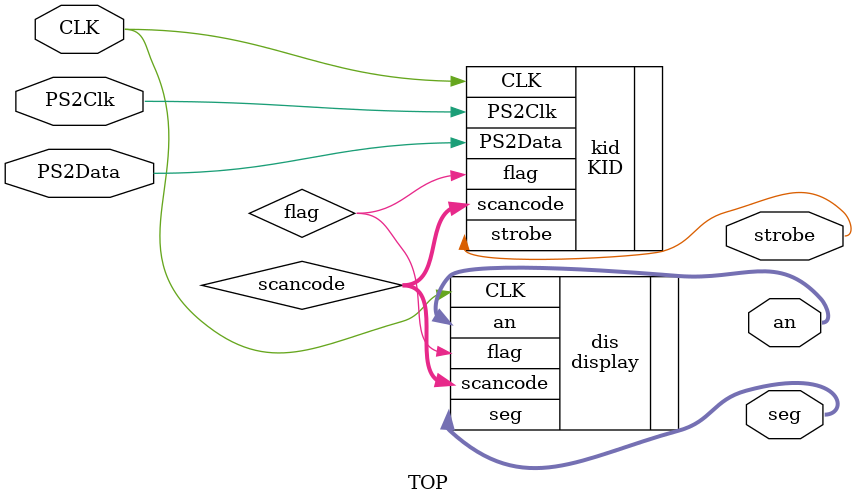
<source format=v>
module TOP(PS2Clk,PS2Data,CLK,strobe,seg,an);
input wire PS2Clk, PS2Data, CLK;
output wire strobe;
output wire [6:0] seg;
output wire [3:0] an;

wire [7:0] scancode;
wire flag;

KID kid(
.PS2Clk(PS2Clk),
.PS2Data(PS2Data),
.scancode(scancode),
.CLK(CLK),
.flag(flag),
.strobe(strobe));

display dis(
.scancode(scancode),
.CLK(CLK),
.seg(seg),
.flag(flag),
.an(an));

endmodule

</source>
